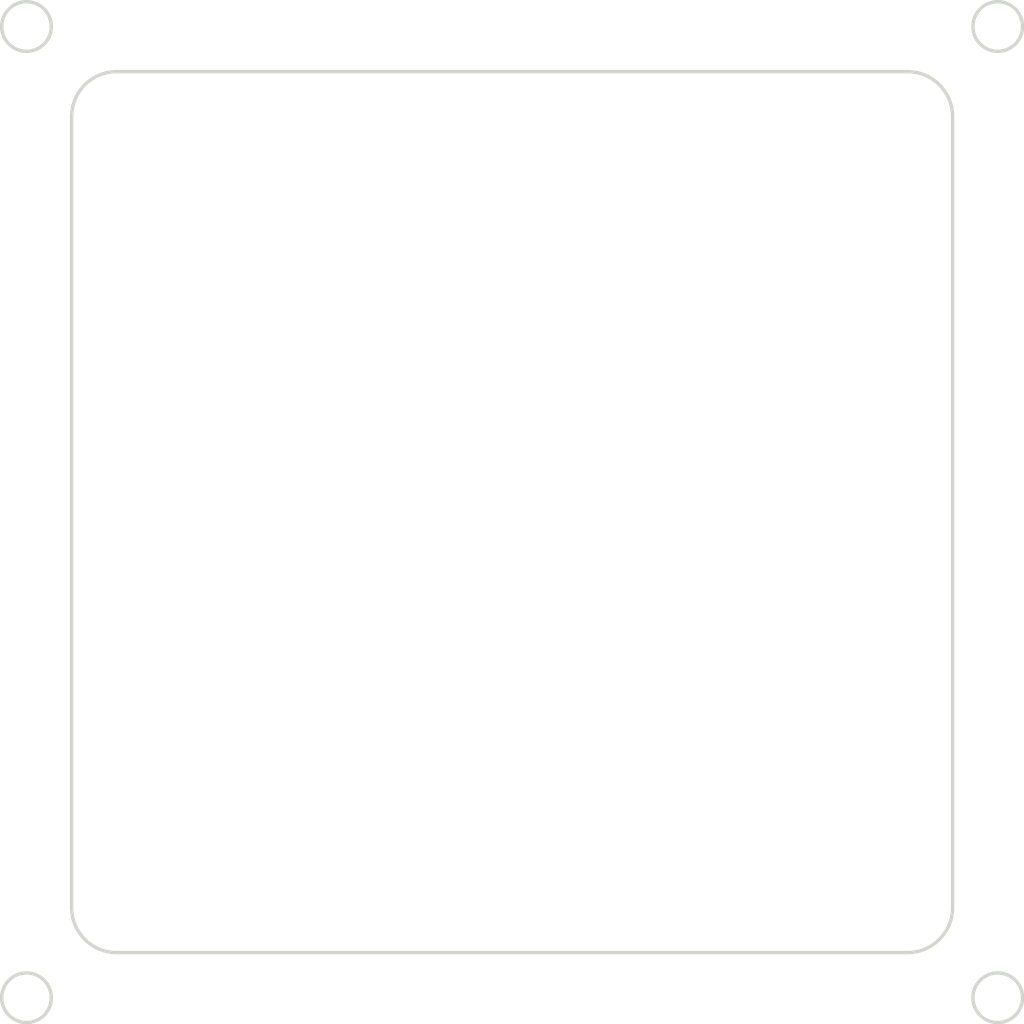
<source format=kicad_pcb>


(kicad_pcb (version 20171130) (host pcbnew 5.1.6)

  (page A3)
  (title_block
    (title "main")
    (rev "1")
    (company "Unknown")
  )

  (general
    (thickness 1.6)
  )

  (layers
    (0 F.Cu signal)
    (31 B.Cu signal)
    (32 B.Adhes user)
    (33 F.Adhes user)
    (34 B.Paste user)
    (35 F.Paste user)
    (36 B.SilkS user)
    (37 F.SilkS user)
    (38 B.Mask user)
    (39 F.Mask user)
    (40 Dwgs.User user)
    (41 Cmts.User user)
    (42 Eco1.User user)
    (43 Eco2.User user)
    (44 Edge.Cuts user)
    (45 Margin user)
    (46 B.CrtYd user)
    (47 F.CrtYd user)
    (48 B.Fab user)
    (49 F.Fab user)
  )

  (setup
    (last_trace_width 0.25)
    (trace_clearance 0.2)
    (zone_clearance 0.508)
    (zone_45_only no)
    (trace_min 0.2)
    (via_size 0.8)
    (via_drill 0.4)
    (via_min_size 0.4)
    (via_min_drill 0.3)
    (uvia_size 0.3)
    (uvia_drill 0.1)
    (uvias_allowed no)
    (uvia_min_size 0.2)
    (uvia_min_drill 0.1)
    (edge_width 0.05)
    (segment_width 0.2)
    (pcb_text_width 0.3)
    (pcb_text_size 1.5 1.5)
    (mod_edge_width 0.12)
    (mod_text_size 1 1)
    (mod_text_width 0.15)
    (pad_size 1.524 1.524)
    (pad_drill 0.762)
    (pad_to_mask_clearance 0.05)
    (aux_axis_origin 0 0)
    (visible_elements FFFFFF7F)
    (pcbplotparams
      (layerselection 0x010fc_ffffffff)
      (usegerberextensions false)
      (usegerberattributes true)
      (usegerberadvancedattributes true)
      (creategerberjobfile true)
      (excludeedgelayer true)
      (linewidth 0.100000)
      (plotframeref false)
      (viasonmask false)
      (mode 1)
      (useauxorigin false)
      (hpglpennumber 1)
      (hpglpenspeed 20)
      (hpglpendiameter 15.000000)
      (psnegative false)
      (psa4output false)
      (plotreference true)
      (plotvalue true)
      (plotinvisibletext false)
      (padsonsilk false)
      (subtractmaskfromsilk false)
      (outputformat 1)
      (mirror false)
      (drillshape 1)
      (scaleselection 1)
      (outputdirectory ""))
  )

  (net 0 "")

  (net_class Default "This is the default net class."
    (clearance 0.2)
    (trace_width 0.25)
    (via_dia 0.8)
    (via_drill 0.4)
    (uvia_dia 0.3)
    (uvia_drill 0.1)
    (add_net "")
  )

  
  (gr_line (start -10 -27.05) (end -10 8) (angle 90) (layer Edge.Cuts) (width 0.15))
(gr_line (start -8 10) (end 27.05 10) (angle 90) (layer Edge.Cuts) (width 0.15))
(gr_line (start 29.05 8) (end 29.05 -27.05) (angle 90) (layer Edge.Cuts) (width 0.15))
(gr_line (start 27.05 -29.05) (end -8 -29.05) (angle 90) (layer Edge.Cuts) (width 0.15))
(gr_arc (start -8 8) (end -10 8) (angle -90) (layer Edge.Cuts) (width 0.15))
(gr_arc (start 27.05 8) (end 27.05 10) (angle -90) (layer Edge.Cuts) (width 0.15))
(gr_arc (start 27.05 -27.05) (end 29.05 -27.05) (angle -90) (layer Edge.Cuts) (width 0.15))
(gr_arc (start -8 -27.05) (end -8 -29.05) (angle -90) (layer Edge.Cuts) (width 0.15))
(gr_circle (center -12 12) (end -10.9 12) (layer Edge.Cuts) (width 0.15))
(gr_circle (center 31.05 12) (end 32.15 12) (layer Edge.Cuts) (width 0.15))
(gr_circle (center 31.05 -31.05) (end 32.15 -31.05) (layer Edge.Cuts) (width 0.15))
(gr_circle (center -12 -31.05) (end -10.9 -31.05) (layer Edge.Cuts) (width 0.15))

)


</source>
